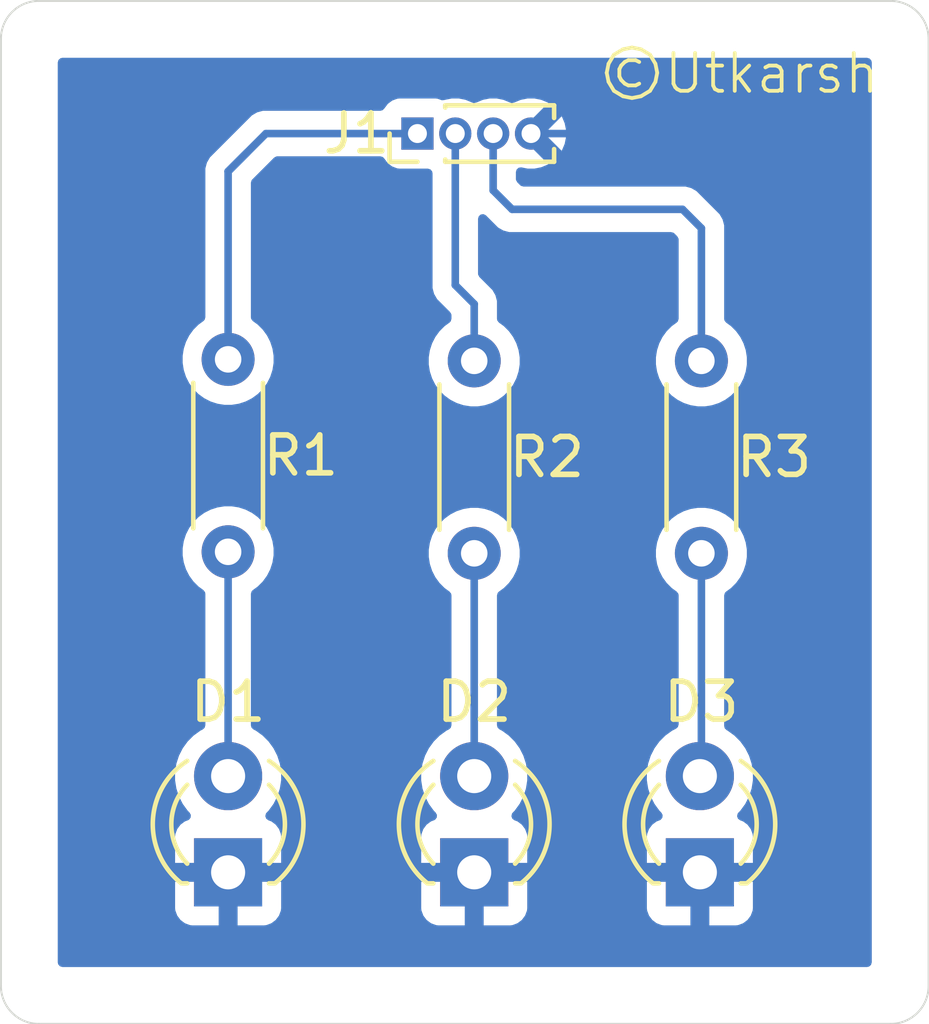
<source format=kicad_pcb>
(kicad_pcb (version 20241229) (generator "pcbnew") (generator_version "9.0")
  (layers (0 "F.Cu" signal) (2 "B.Cu" signal) (13 "F.Paste" user) (15 "B.Paste" user) (5 "F.SilkS" user "F.Silkscreen") (7 "B.SilkS" user "B.Silkscreen") (1 "F.Mask" user) (3 "B.Mask" user) (25 "Edge.Cuts" user))
  (net 0 "")
  (net 1 "Net-(D1-A)")
  (net 2 "GND")
  (net 3 "Net-(D2-A)")
  (net 4 "Net-(D3-A)")
  (net 5 "Net-(J1-Pin_2)")
  (net 6 "Net-(J1-Pin_3)")
  (net 7 "Net-(J1-Pin_1)")
  (footprint "LED_THT:LED_D3.0mm" (layer "F.Cu") (at 150.5 106.98 90)
    (property "Reference" "D2" (at 4.5 0 180) (layer "F.SilkS"))
    (property "Value" "LED")
    (fp_line (start -0.29 -1.236) (end -0.29 -1.08) (stroke (width 0.12)) (layer "F.SilkS"))
    (fp_line (start -0.29 1.08) (end -0.29 1.236) (stroke (width 0.12)) (layer "F.SilkS"))
    (fp_arc (start -0.29 -1.235516) (mid 1.36566 -1.987699) (end 2.941437 -1.08) (stroke (width 0.12)) (layer "F.SilkS"))
    (fp_arc (start 0.229039 -1.08) (mid 1.27 -1.5) (end 2.310961 -1.08) (stroke (width 0.12)) (layer "F.SilkS"))
    (fp_arc (start 2.941437 1.08) (mid 1.36566 1.987699) (end -0.29 1.235516) (stroke (width 0.12)) (layer "F.SilkS"))
    (fp_arc (start 2.310961 1.08) (mid 1.27 1.5) (end 0.229039 1.08) (stroke (width 0.12)) (layer "F.SilkS"))
    (pad "1" thru_hole rect (at 0 0 90) (size 1.8 1.8) (drill 0.9) (layers "*.Cu" "*.Mask") (net 2 "GND"))
    (pad "2" thru_hole circle (at 2.54 0 90) (size 1.8 1.8) (drill 0.9) (layers "*.Cu" "*.Mask") (net 3 "Net-(D2-A)"))
  )
  (footprint "Resistor_THT:R_Axial_DIN0204_L3.6mm_D1.6mm_P5.08mm_Horizontal" (layer "F.Cu") (at 156.5 93.48 -90)
    (property "Reference" "R3" (at 2.54 -1.92 0) (layer "F.SilkS"))
    (property "Value" "R")
    (fp_line (start 0.62 0.92) (end 4.46 0.92) (stroke (width 0.12)) (layer "F.SilkS"))
    (fp_line (start 0.62 -0.92) (end 4.46 -0.92) (stroke (width 0.12)) (layer "F.SilkS"))
    (pad "1" thru_hole circle (at 0 0 270) (size 1.4 1.4) (drill 0.7) (layers "*.Cu" "*.Mask") (net 6 "Net-(J1-Pin_3)"))
    (pad "2" thru_hole circle (at 5.08 0 270) (size 1.4 1.4) (drill 0.7) (layers "*.Cu" "*.Mask") (net 4 "Net-(D3-A)"))
  )
  (footprint "Connector_PinHeader_1.00mm:PinHeader_1x04_P1.00mm_Vertical" (layer "F.Cu") (at 149 87.48 90)
    (property "Reference" "J1" (at 0 -1.61 180) (layer "F.SilkS"))
    (property "Value" "Conn_01x04_Pin")
    (fp_line (start -0.745 -0.735) (end 0 -0.735) (stroke (width 0.12)) (layer "F.SilkS"))
    (fp_line (start -0.745 0) (end -0.745 -0.735) (stroke (width 0.12)) (layer "F.SilkS"))
    (fp_line (start 0.745 0.735) (end 0.745 3.61) (stroke (width 0.12)) (layer "F.SilkS"))
    (fp_line (start 0.685565 0.735) (end 0.745 0.735) (stroke (width 0.12)) (layer "F.SilkS"))
    (fp_line (start -0.745 0.735) (end -0.685565 0.735) (stroke (width 0.12)) (layer "F.SilkS"))
    (fp_line (start -0.745 0.735) (end -0.745 3.61) (stroke (width 0.12)) (layer "F.SilkS"))
    (fp_line (start 0.41003 3.61) (end 0.745 3.61) (stroke (width 0.12)) (layer "F.SilkS"))
    (fp_line (start -0.745 3.61) (end -0.41003 3.61) (stroke (width 0.12)) (layer "F.SilkS"))
    (pad "1" thru_hole rect (at 0 0 90) (size 0.85 0.85) (drill 0.5) (layers "*.Cu" "*.Mask") (net 7 "Net-(J1-Pin_1)"))
    (pad "2" thru_hole circle (at 0 1 90) (size 0.85 0.85) (drill 0.5) (layers "*.Cu" "*.Mask") (net 5 "Net-(J1-Pin_2)"))
    (pad "3" thru_hole circle (at 0 2 90) (size 0.85 0.85) (drill 0.5) (layers "*.Cu" "*.Mask") (net 6 "Net-(J1-Pin_3)"))
    (pad "4" thru_hole circle (at 0 3 90) (size 0.85 0.85) (drill 0.5) (layers "*.Cu" "*.Mask") (net 2 "GND"))
  )
  (footprint "Resistor_THT:R_Axial_DIN0204_L3.6mm_D1.6mm_P5.08mm_Horizontal" (layer "F.Cu") (at 144 93.44 -90)
    (property "Reference" "R1" (at 2.54 -1.92 0) (layer "F.SilkS"))
    (property "Value" "R")
    (fp_line (start 0.62 0.92) (end 4.46 0.92) (stroke (width 0.12)) (layer "F.SilkS"))
    (fp_line (start 0.62 -0.92) (end 4.46 -0.92) (stroke (width 0.12)) (layer "F.SilkS"))
    (pad "1" thru_hole circle (at 0 0 270) (size 1.4 1.4) (drill 0.7) (layers "*.Cu" "*.Mask") (net 7 "Net-(J1-Pin_1)"))
    (pad "2" thru_hole circle (at 5.08 0 270) (size 1.4 1.4) (drill 0.7) (layers "*.Cu" "*.Mask") (net 1 "Net-(D1-A)"))
  )
  (footprint "LED_THT:LED_D3.0mm" (layer "F.Cu") (at 156.46 106.98 90)
    (property "Reference" "D3" (at 4.5 0.04 180) (layer "F.SilkS"))
    (property "Value" "LED")
    (fp_line (start -0.29 -1.236) (end -0.29 -1.08) (stroke (width 0.12)) (layer "F.SilkS"))
    (fp_line (start -0.29 1.08) (end -0.29 1.236) (stroke (width 0.12)) (layer "F.SilkS"))
    (fp_arc (start -0.29 -1.235516) (mid 1.36566 -1.987699) (end 2.941437 -1.08) (stroke (width 0.12)) (layer "F.SilkS"))
    (fp_arc (start 0.229039 -1.08) (mid 1.27 -1.5) (end 2.310961 -1.08) (stroke (width 0.12)) (layer "F.SilkS"))
    (fp_arc (start 2.941437 1.08) (mid 1.36566 1.987699) (end -0.29 1.235516) (stroke (width 0.12)) (layer "F.SilkS"))
    (fp_arc (start 2.310961 1.08) (mid 1.27 1.5) (end 0.229039 1.08) (stroke (width 0.12)) (layer "F.SilkS"))
    (pad "1" thru_hole rect (at 0 0 90) (size 1.8 1.8) (drill 0.9) (layers "*.Cu" "*.Mask") (net 2 "GND"))
    (pad "2" thru_hole circle (at 2.54 0 90) (size 1.8 1.8) (drill 0.9) (layers "*.Cu" "*.Mask") (net 4 "Net-(D3-A)"))
  )
  (footprint "LED_THT:LED_D3.0mm" (layer "F.Cu") (at 144 106.98 90)
    (property "Reference" "D1" (at 4.5 0 180) (layer "F.SilkS"))
    (property "Value" "LED")
    (fp_line (start -0.29 -1.236) (end -0.29 -1.08) (stroke (width 0.12)) (layer "F.SilkS"))
    (fp_line (start -0.29 1.08) (end -0.29 1.236) (stroke (width 0.12)) (layer "F.SilkS"))
    (fp_arc (start -0.29 -1.235516) (mid 1.36566 -1.987699) (end 2.941437 -1.08) (stroke (width 0.12)) (layer "F.SilkS"))
    (fp_arc (start 0.229039 -1.08) (mid 1.27 -1.5) (end 2.310961 -1.08) (stroke (width 0.12)) (layer "F.SilkS"))
    (fp_arc (start 2.941437 1.08) (mid 1.36566 1.987699) (end -0.29 1.235516) (stroke (width 0.12)) (layer "F.SilkS"))
    (fp_arc (start 2.310961 1.08) (mid 1.27 1.5) (end 0.229039 1.08) (stroke (width 0.12)) (layer "F.SilkS"))
    (pad "1" thru_hole rect (at 0 0 90) (size 1.8 1.8) (drill 0.9) (layers "*.Cu" "*.Mask") (net 2 "GND"))
    (pad "2" thru_hole circle (at 2.54 0 90) (size 1.8 1.8) (drill 0.9) (layers "*.Cu" "*.Mask") (net 1 "Net-(D1-A)"))
  )
  (footprint "Resistor_THT:R_Axial_DIN0204_L3.6mm_D1.6mm_P5.08mm_Horizontal" (layer "F.Cu") (at 150.5 93.48 -90)
    (property "Reference" "R2" (at 2.54 -1.92 0) (layer "F.SilkS"))
    (property "Value" "R")
    (fp_line (start 0.62 0.92) (end 4.46 0.92) (stroke (width 0.12)) (layer "F.SilkS"))
    (fp_line (start 0.62 -0.92) (end 4.46 -0.92) (stroke (width 0.12)) (layer "F.SilkS"))
    (pad "1" thru_hole circle (at 0 0 270) (size 1.4 1.4) (drill 0.7) (layers "*.Cu" "*.Mask") (net 5 "Net-(J1-Pin_2)"))
    (pad "2" thru_hole circle (at 5.08 0 270) (size 1.4 1.4) (drill 0.7) (layers "*.Cu" "*.Mask") (net 3 "Net-(D2-A)"))
  )
  (gr_line (start 139 83.98) (end 161.5 83.98) (stroke (width 0.05)) (layer "Edge.Cuts"))
  (gr_line (start 138 109.98) (end 138 84.98) (stroke (width 0.05)) (layer "Edge.Cuts"))
  (gr_arc (start 138 84.98) (mid 138.292893 84.272893) (end 139 83.98) (stroke (width 0.05)) (layer "Edge.Cuts"))
  (gr_arc (start 162.5 109.98) (mid 162.207107 110.687107) (end 161.5 110.98) (stroke (width 0.05)) (layer "Edge.Cuts"))
  (gr_arc (start 139 110.98) (mid 138.292893 110.687107) (end 138 109.98) (stroke (width 0.05)) (layer "Edge.Cuts"))
  (gr_line (start 162.5 84.98) (end 162.5 109.98) (stroke (width 0.05)) (layer "Edge.Cuts"))
  (gr_line (start 161.5 110.98) (end 139 110.98) (stroke (width 0.05)) (layer "Edge.Cuts"))
  (gr_arc (start 161.5 83.98) (mid 162.207107 84.272893) (end 162.5 84.98) (stroke (width 0.05)) (layer "Edge.Cuts"))
  (gr_text "©Utkarsh" (at 157.5 86.48 0) (layer "F.SilkS") (effects (font (size 1 1) (thickness 0.1)) (justify bottom)))
  (segment (start 144 98.52) (end 144 104.44) (width 0.2) (layer "B.Cu") (net 1))
  (segment (start 159.5 106.98) (end 156.46 106.98) (width 0.2) (layer "B.Cu") (net 2))
  (segment (start 158.5 87.48) (end 159.5 88.48) (width 0.2) (layer "B.Cu") (net 2))
  (segment (start 144 106.98) (end 150.5 106.98) (width 0.2) (layer "B.Cu") (net 2))
  (segment (start 159.5 88.48) (end 159.5 106.98) (width 0.2) (layer "B.Cu") (net 2))
  (segment (start 156.46 106.98) (end 150.5 106.98) (width 0.2) (layer "B.Cu") (net 2))
  (segment (start 152 87.48) (end 158.5 87.48) (width 0.2) (layer "B.Cu") (net 2))
  (segment (start 150.5 98.56) (end 150.5 104.44) (width 0.2) (layer "B.Cu") (net 3))
  (segment (start 156.5 104.4) (end 156.46 104.44) (width 0.2) (layer "B.Cu") (net 4))
  (segment (start 156.5 98.56) (end 156.5 104.4) (width 0.2) (layer "B.Cu") (net 4))
  (segment (start 150 91.48) (end 150 87.48) (width 0.2) (layer "B.Cu") (net 5))
  (segment (start 150.5 91.98) (end 150 91.48) (width 0.2) (layer "B.Cu") (net 5))
  (segment (start 150.5 93.48) (end 150.5 91.98) (width 0.2) (layer "B.Cu") (net 5))
  (segment (start 151 88.98) (end 151.5 89.48) (width 0.2) (layer "B.Cu") (net 6))
  (segment (start 151.5 89.48) (end 156 89.48) (width 0.2) (layer "B.Cu") (net 6))
  (segment (start 156.5 89.98) (end 156.5 93.48) (width 0.2) (layer "B.Cu") (net 6))
  (segment (start 156 89.48) (end 156.5 89.98) (width 0.2) (layer "B.Cu") (net 6))
  (segment (start 151 87.48) (end 151 88.98) (width 0.2) (layer "B.Cu") (net 6))
  (segment (start 145 87.48) (end 149 87.48) (width 0.2) (layer "B.Cu") (net 7))
  (segment (start 144 93.44) (end 144 88.48) (width 0.2) (layer "B.Cu") (net 7))
  (segment (start 145 87.48) (end 144 88.48) (width 0.2) (layer "B.Cu") (net 7))
  (segment (start 144 88.48) (end 144.5 87.98) (width 0.2) (layer "B.Cu") (net 7))
  (zone (net 2) (net_name "GND") (layer "B.Cu") (connect_pads (clearance 0.5)) (min_thickness 0.25) (fill yes (thermal_gap 0.5) (thermal_bridge_width 0.5))
    (polygon (pts (xy 139.5 85.48) (xy 161 85.48) (xy 161 109.48) (xy 139.5 109.48)))
  )
)
</source>
